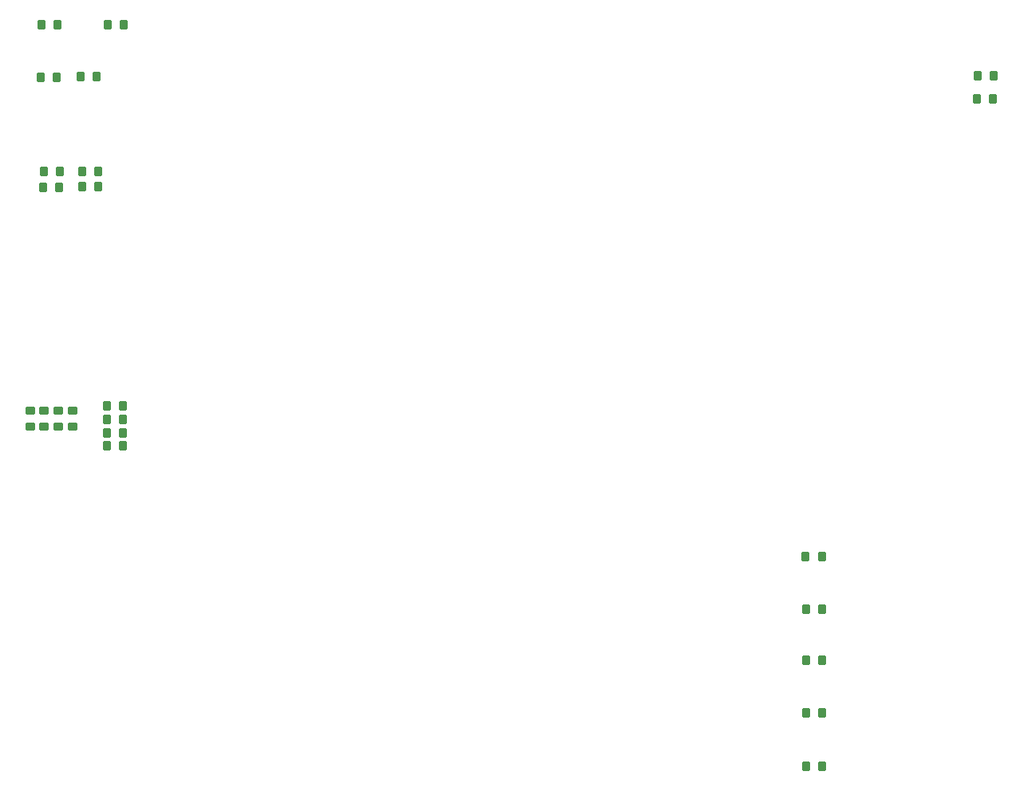
<source format=gbp>
%FSAX24Y24*%
%MOIN*%
G70*
G01*
G75*
G04 Layer_Color=128*
G04:AMPARAMS|DCode=10|XSize=31.5mil|YSize=31.5mil|CornerRadius=3.9mil|HoleSize=0mil|Usage=FLASHONLY|Rotation=0.000|XOffset=0mil|YOffset=0mil|HoleType=Round|Shape=RoundedRectangle|*
%AMROUNDEDRECTD10*
21,1,0.0315,0.0236,0,0,0.0*
21,1,0.0236,0.0315,0,0,0.0*
1,1,0.0079,0.0118,-0.0118*
1,1,0.0079,-0.0118,-0.0118*
1,1,0.0079,-0.0118,0.0118*
1,1,0.0079,0.0118,0.0118*
%
%ADD10ROUNDEDRECTD10*%
%ADD11O,0.0591X0.0157*%
%ADD12O,0.0591X0.0157*%
G04:AMPARAMS|DCode=13|XSize=120mil|YSize=40mil|CornerRadius=5mil|HoleSize=0mil|Usage=FLASHONLY|Rotation=270.000|XOffset=0mil|YOffset=0mil|HoleType=Round|Shape=RoundedRectangle|*
%AMROUNDEDRECTD13*
21,1,0.1200,0.0300,0,0,270.0*
21,1,0.1100,0.0400,0,0,270.0*
1,1,0.0100,-0.0150,-0.0550*
1,1,0.0100,-0.0150,0.0550*
1,1,0.0100,0.0150,0.0550*
1,1,0.0100,0.0150,-0.0550*
%
%ADD13ROUNDEDRECTD13*%
G04:AMPARAMS|DCode=14|XSize=330mil|YSize=420mil|CornerRadius=41.3mil|HoleSize=0mil|Usage=FLASHONLY|Rotation=270.000|XOffset=0mil|YOffset=0mil|HoleType=Round|Shape=RoundedRectangle|*
%AMROUNDEDRECTD14*
21,1,0.3300,0.3375,0,0,270.0*
21,1,0.2475,0.4200,0,0,270.0*
1,1,0.0825,-0.1688,-0.1238*
1,1,0.0825,-0.1688,0.1238*
1,1,0.0825,0.1688,0.1238*
1,1,0.0825,0.1688,-0.1238*
%
%ADD14ROUNDEDRECTD14*%
%ADD15R,0.0161X0.0540*%
%ADD16R,0.0790X0.0740*%
%ADD17O,0.0787X0.0157*%
%ADD18R,0.0787X0.0157*%
%ADD19O,0.0157X0.0591*%
%ADD20R,0.0591X0.0100*%
%ADD21R,0.0100X0.0591*%
%ADD22R,0.0965X0.0965*%
%ADD23R,0.0748X0.0787*%
%ADD24R,0.0748X0.0512*%
G04:AMPARAMS|DCode=25|XSize=39.4mil|YSize=35.4mil|CornerRadius=4.4mil|HoleSize=0mil|Usage=FLASHONLY|Rotation=270.000|XOffset=0mil|YOffset=0mil|HoleType=Round|Shape=RoundedRectangle|*
%AMROUNDEDRECTD25*
21,1,0.0394,0.0266,0,0,270.0*
21,1,0.0305,0.0354,0,0,270.0*
1,1,0.0089,-0.0133,-0.0153*
1,1,0.0089,-0.0133,0.0153*
1,1,0.0089,0.0133,0.0153*
1,1,0.0089,0.0133,-0.0153*
%
%ADD25ROUNDEDRECTD25*%
G04:AMPARAMS|DCode=26|XSize=50mil|YSize=50mil|CornerRadius=6.3mil|HoleSize=0mil|Usage=FLASHONLY|Rotation=90.000|XOffset=0mil|YOffset=0mil|HoleType=Round|Shape=RoundedRectangle|*
%AMROUNDEDRECTD26*
21,1,0.0500,0.0375,0,0,90.0*
21,1,0.0375,0.0500,0,0,90.0*
1,1,0.0125,0.0188,0.0188*
1,1,0.0125,0.0188,-0.0188*
1,1,0.0125,-0.0188,-0.0188*
1,1,0.0125,-0.0188,0.0188*
%
%ADD26ROUNDEDRECTD26*%
%ADD27R,0.0551X0.0827*%
G04:AMPARAMS|DCode=28|XSize=39.4mil|YSize=35.4mil|CornerRadius=4.4mil|HoleSize=0mil|Usage=FLASHONLY|Rotation=180.000|XOffset=0mil|YOffset=0mil|HoleType=Round|Shape=RoundedRectangle|*
%AMROUNDEDRECTD28*
21,1,0.0394,0.0266,0,0,180.0*
21,1,0.0305,0.0354,0,0,180.0*
1,1,0.0089,-0.0153,0.0133*
1,1,0.0089,0.0153,0.0133*
1,1,0.0089,0.0153,-0.0133*
1,1,0.0089,-0.0153,-0.0133*
%
%ADD28ROUNDEDRECTD28*%
%ADD29R,0.0710X0.0440*%
%ADD30R,0.1250X0.0800*%
%ADD31R,0.0300X0.0300*%
G04:AMPARAMS|DCode=32|XSize=23.6mil|YSize=39.4mil|CornerRadius=3mil|HoleSize=0mil|Usage=FLASHONLY|Rotation=90.000|XOffset=0mil|YOffset=0mil|HoleType=Round|Shape=RoundedRectangle|*
%AMROUNDEDRECTD32*
21,1,0.0236,0.0335,0,0,90.0*
21,1,0.0177,0.0394,0,0,90.0*
1,1,0.0059,0.0167,0.0089*
1,1,0.0059,0.0167,-0.0089*
1,1,0.0059,-0.0167,-0.0089*
1,1,0.0059,-0.0167,0.0089*
%
%ADD32ROUNDEDRECTD32*%
%ADD33R,0.0157X0.0500*%
%ADD34R,0.1043X0.0772*%
%ADD35R,0.0680X0.0880*%
%ADD36R,0.0500X0.0160*%
%ADD37R,0.1380X0.1610*%
%ADD38R,0.0360X0.0500*%
%ADD39R,0.0360X0.0360*%
%ADD40R,0.0860X0.0640*%
G04:AMPARAMS|DCode=41|XSize=55.1mil|YSize=39.4mil|CornerRadius=4.9mil|HoleSize=0mil|Usage=FLASHONLY|Rotation=0.000|XOffset=0mil|YOffset=0mil|HoleType=Round|Shape=RoundedRectangle|*
%AMROUNDEDRECTD41*
21,1,0.0551,0.0295,0,0,0.0*
21,1,0.0453,0.0394,0,0,0.0*
1,1,0.0098,0.0226,-0.0148*
1,1,0.0098,-0.0226,-0.0148*
1,1,0.0098,-0.0226,0.0148*
1,1,0.0098,0.0226,0.0148*
%
%ADD41ROUNDEDRECTD41*%
%ADD42R,0.0354X0.1457*%
%ADD43R,0.1457X0.0354*%
G04:AMPARAMS|DCode=44|XSize=70.9mil|YSize=45.3mil|CornerRadius=5.7mil|HoleSize=0mil|Usage=FLASHONLY|Rotation=90.000|XOffset=0mil|YOffset=0mil|HoleType=Round|Shape=RoundedRectangle|*
%AMROUNDEDRECTD44*
21,1,0.0709,0.0340,0,0,90.0*
21,1,0.0595,0.0453,0,0,90.0*
1,1,0.0113,0.0170,0.0298*
1,1,0.0113,0.0170,-0.0298*
1,1,0.0113,-0.0170,-0.0298*
1,1,0.0113,-0.0170,0.0298*
%
%ADD44ROUNDEDRECTD44*%
G04:AMPARAMS|DCode=45|XSize=55.1mil|YSize=39.4mil|CornerRadius=4.9mil|HoleSize=0mil|Usage=FLASHONLY|Rotation=90.000|XOffset=0mil|YOffset=0mil|HoleType=Round|Shape=RoundedRectangle|*
%AMROUNDEDRECTD45*
21,1,0.0551,0.0295,0,0,90.0*
21,1,0.0453,0.0394,0,0,90.0*
1,1,0.0098,0.0148,0.0226*
1,1,0.0098,0.0148,-0.0226*
1,1,0.0098,-0.0148,-0.0226*
1,1,0.0098,-0.0148,0.0226*
%
%ADD45ROUNDEDRECTD45*%
%ADD46C,0.0750*%
%ADD47C,0.0200*%
%ADD48C,0.0100*%
%ADD49C,0.0600*%
%ADD50C,0.0500*%
%ADD51C,0.0150*%
%ADD52C,0.0080*%
%ADD53C,0.0400*%
%ADD54C,0.0300*%
%ADD55C,0.0350*%
%ADD56C,0.0120*%
%ADD57C,0.1000*%
%ADD58C,0.0250*%
%ADD59C,0.0450*%
%ADD60O,0.0550X0.0800*%
%ADD61O,0.0600X0.0800*%
%ADD62O,0.0591X0.0413*%
%ADD63O,0.0413X0.0591*%
%ADD64C,0.0394*%
%ADD65C,0.0591*%
G04:AMPARAMS|DCode=66|XSize=59.1mil|YSize=59.1mil|CornerRadius=7.4mil|HoleSize=0mil|Usage=FLASHONLY|Rotation=0.000|XOffset=0mil|YOffset=0mil|HoleType=Round|Shape=RoundedRectangle|*
%AMROUNDEDRECTD66*
21,1,0.0591,0.0443,0,0,0.0*
21,1,0.0443,0.0591,0,0,0.0*
1,1,0.0148,0.0221,-0.0221*
1,1,0.0148,-0.0221,-0.0221*
1,1,0.0148,-0.0221,0.0221*
1,1,0.0148,0.0221,0.0221*
%
%ADD66ROUNDEDRECTD66*%
G04:AMPARAMS|DCode=67|XSize=78.7mil|YSize=78.7mil|CornerRadius=19.7mil|HoleSize=0mil|Usage=FLASHONLY|Rotation=0.000|XOffset=0mil|YOffset=0mil|HoleType=Round|Shape=RoundedRectangle|*
%AMROUNDEDRECTD67*
21,1,0.0787,0.0394,0,0,0.0*
21,1,0.0394,0.0787,0,0,0.0*
1,1,0.0394,0.0197,-0.0197*
1,1,0.0394,-0.0197,-0.0197*
1,1,0.0394,-0.0197,0.0197*
1,1,0.0394,0.0197,0.0197*
%
%ADD67ROUNDEDRECTD67*%
G04:AMPARAMS|DCode=68|XSize=78.7mil|YSize=59.1mil|CornerRadius=7.4mil|HoleSize=0mil|Usage=FLASHONLY|Rotation=90.000|XOffset=0mil|YOffset=0mil|HoleType=Round|Shape=RoundedRectangle|*
%AMROUNDEDRECTD68*
21,1,0.0787,0.0443,0,0,90.0*
21,1,0.0640,0.0591,0,0,90.0*
1,1,0.0148,0.0221,0.0320*
1,1,0.0148,0.0221,-0.0320*
1,1,0.0148,-0.0221,-0.0320*
1,1,0.0148,-0.0221,0.0320*
%
%ADD68ROUNDEDRECTD68*%
%ADD69O,0.0591X0.0787*%
%ADD70C,0.0900*%
%ADD71C,0.0800*%
%ADD72O,0.0650X0.0900*%
%ADD73C,0.2087*%
%ADD74C,0.0600*%
%ADD75C,0.0290*%
%ADD76C,0.0300*%
%ADD77C,0.0320*%
%ADD78C,0.0250*%
%ADD79C,0.0310*%
%ADD80C,0.0350*%
%ADD81C,0.0360*%
%ADD82C,0.0098*%
%ADD83C,0.0236*%
%ADD84C,0.0050*%
%ADD85C,0.0197*%
%ADD86C,0.0060*%
%ADD87C,0.0079*%
%ADD88C,0.0070*%
%ADD89C,0.0090*%
%ADD90C,0.0075*%
%ADD91R,0.1022X0.0582*%
%ADD92R,0.0669X0.0738*%
%ADD93R,0.0650X0.0768*%
%ADD94R,0.0738X0.0669*%
%ADD95R,0.0768X0.0650*%
%ADD96R,0.0472X0.0118*%
%ADD97O,0.0551X0.0117*%
%ADD98O,0.0117X0.0551*%
%ADD99R,0.0571X0.0571*%
%ADD100R,0.0523X0.0723*%
G04:AMPARAMS|DCode=101|XSize=118mil|YSize=65mil|CornerRadius=8.1mil|HoleSize=0mil|Usage=FLASHONLY|Rotation=90.000|XOffset=0mil|YOffset=0mil|HoleType=Round|Shape=RoundedRectangle|*
%AMROUNDEDRECTD101*
21,1,0.1180,0.0488,0,0,90.0*
21,1,0.1017,0.0650,0,0,90.0*
1,1,0.0163,0.0244,0.0509*
1,1,0.0163,0.0244,-0.0509*
1,1,0.0163,-0.0244,-0.0509*
1,1,0.0163,-0.0244,0.0509*
%
%ADD101ROUNDEDRECTD101*%
%ADD102R,0.0472X0.1890*%
%ADD103R,0.1890X0.0472*%
G04:AMPARAMS|DCode=104|XSize=39.5mil|YSize=39.5mil|CornerRadius=7.9mil|HoleSize=0mil|Usage=FLASHONLY|Rotation=0.000|XOffset=0mil|YOffset=0mil|HoleType=Round|Shape=RoundedRectangle|*
%AMROUNDEDRECTD104*
21,1,0.0395,0.0236,0,0,0.0*
21,1,0.0236,0.0395,0,0,0.0*
1,1,0.0159,0.0118,-0.0118*
1,1,0.0159,-0.0118,-0.0118*
1,1,0.0159,-0.0118,0.0118*
1,1,0.0159,0.0118,0.0118*
%
%ADD104ROUNDEDRECTD104*%
%ADD105O,0.0671X0.0237*%
%ADD106O,0.0691X0.0257*%
G04:AMPARAMS|DCode=107|XSize=128mil|YSize=48mil|CornerRadius=9mil|HoleSize=0mil|Usage=FLASHONLY|Rotation=270.000|XOffset=0mil|YOffset=0mil|HoleType=Round|Shape=RoundedRectangle|*
%AMROUNDEDRECTD107*
21,1,0.1280,0.0300,0,0,270.0*
21,1,0.1100,0.0480,0,0,270.0*
1,1,0.0180,-0.0150,-0.0550*
1,1,0.0180,-0.0150,0.0550*
1,1,0.0180,0.0150,0.0550*
1,1,0.0180,0.0150,-0.0550*
%
%ADD107ROUNDEDRECTD107*%
G04:AMPARAMS|DCode=108|XSize=338mil|YSize=428mil|CornerRadius=45.3mil|HoleSize=0mil|Usage=FLASHONLY|Rotation=270.000|XOffset=0mil|YOffset=0mil|HoleType=Round|Shape=RoundedRectangle|*
%AMROUNDEDRECTD108*
21,1,0.3380,0.3375,0,0,270.0*
21,1,0.2475,0.4280,0,0,270.0*
1,1,0.0905,-0.1688,-0.1238*
1,1,0.0905,-0.1688,0.1238*
1,1,0.0905,0.1688,0.1238*
1,1,0.0905,0.1688,-0.1238*
%
%ADD108ROUNDEDRECTD108*%
%ADD109R,0.0241X0.0620*%
%ADD110R,0.0870X0.0820*%
%ADD111O,0.0867X0.0237*%
%ADD112R,0.0867X0.0237*%
%ADD113O,0.0237X0.0671*%
%ADD114R,0.0671X0.0180*%
%ADD115R,0.0180X0.0671*%
%ADD116R,0.1045X0.1045*%
%ADD117R,0.0828X0.0867*%
%ADD118R,0.0828X0.0592*%
G04:AMPARAMS|DCode=119|XSize=47.4mil|YSize=43.4mil|CornerRadius=8.4mil|HoleSize=0mil|Usage=FLASHONLY|Rotation=270.000|XOffset=0mil|YOffset=0mil|HoleType=Round|Shape=RoundedRectangle|*
%AMROUNDEDRECTD119*
21,1,0.0474,0.0266,0,0,270.0*
21,1,0.0305,0.0434,0,0,270.0*
1,1,0.0169,-0.0133,-0.0153*
1,1,0.0169,-0.0133,0.0153*
1,1,0.0169,0.0133,0.0153*
1,1,0.0169,0.0133,-0.0153*
%
%ADD119ROUNDEDRECTD119*%
G04:AMPARAMS|DCode=120|XSize=58mil|YSize=58mil|CornerRadius=10.3mil|HoleSize=0mil|Usage=FLASHONLY|Rotation=90.000|XOffset=0mil|YOffset=0mil|HoleType=Round|Shape=RoundedRectangle|*
%AMROUNDEDRECTD120*
21,1,0.0580,0.0375,0,0,90.0*
21,1,0.0375,0.0580,0,0,90.0*
1,1,0.0205,0.0188,0.0188*
1,1,0.0205,0.0188,-0.0188*
1,1,0.0205,-0.0188,-0.0188*
1,1,0.0205,-0.0188,0.0188*
%
%ADD120ROUNDEDRECTD120*%
%ADD121R,0.0631X0.0907*%
G04:AMPARAMS|DCode=122|XSize=47.4mil|YSize=43.4mil|CornerRadius=8.4mil|HoleSize=0mil|Usage=FLASHONLY|Rotation=180.000|XOffset=0mil|YOffset=0mil|HoleType=Round|Shape=RoundedRectangle|*
%AMROUNDEDRECTD122*
21,1,0.0474,0.0266,0,0,180.0*
21,1,0.0305,0.0434,0,0,180.0*
1,1,0.0169,-0.0153,0.0133*
1,1,0.0169,0.0153,0.0133*
1,1,0.0169,0.0153,-0.0133*
1,1,0.0169,-0.0153,-0.0133*
%
%ADD122ROUNDEDRECTD122*%
%ADD123R,0.0790X0.0520*%
%ADD124R,0.1330X0.0880*%
%ADD125R,0.0380X0.0380*%
G04:AMPARAMS|DCode=126|XSize=31.6mil|YSize=47.4mil|CornerRadius=7mil|HoleSize=0mil|Usage=FLASHONLY|Rotation=90.000|XOffset=0mil|YOffset=0mil|HoleType=Round|Shape=RoundedRectangle|*
%AMROUNDEDRECTD126*
21,1,0.0316,0.0335,0,0,90.0*
21,1,0.0177,0.0474,0,0,90.0*
1,1,0.0139,0.0167,0.0089*
1,1,0.0139,0.0167,-0.0089*
1,1,0.0139,-0.0167,-0.0089*
1,1,0.0139,-0.0167,0.0089*
%
%ADD126ROUNDEDRECTD126*%
%ADD127R,0.0217X0.0560*%
%ADD128R,0.1103X0.0832*%
%ADD129R,0.0760X0.0960*%
%ADD130R,0.0580X0.0240*%
%ADD131R,0.1460X0.1690*%
%ADD132R,0.0440X0.0580*%
%ADD133R,0.0440X0.0440*%
%ADD134R,0.0940X0.0720*%
G04:AMPARAMS|DCode=135|XSize=63.1mil|YSize=47.4mil|CornerRadius=8.9mil|HoleSize=0mil|Usage=FLASHONLY|Rotation=0.000|XOffset=0mil|YOffset=0mil|HoleType=Round|Shape=RoundedRectangle|*
%AMROUNDEDRECTD135*
21,1,0.0631,0.0295,0,0,0.0*
21,1,0.0453,0.0474,0,0,0.0*
1,1,0.0178,0.0226,-0.0148*
1,1,0.0178,-0.0226,-0.0148*
1,1,0.0178,-0.0226,0.0148*
1,1,0.0178,0.0226,0.0148*
%
%ADD135ROUNDEDRECTD135*%
%ADD136R,0.0434X0.1537*%
%ADD137R,0.1537X0.0434*%
G04:AMPARAMS|DCode=138|XSize=78.9mil|YSize=53.3mil|CornerRadius=9.7mil|HoleSize=0mil|Usage=FLASHONLY|Rotation=90.000|XOffset=0mil|YOffset=0mil|HoleType=Round|Shape=RoundedRectangle|*
%AMROUNDEDRECTD138*
21,1,0.0789,0.0340,0,0,90.0*
21,1,0.0595,0.0533,0,0,90.0*
1,1,0.0193,0.0170,0.0298*
1,1,0.0193,0.0170,-0.0298*
1,1,0.0193,-0.0170,-0.0298*
1,1,0.0193,-0.0170,0.0298*
%
%ADD138ROUNDEDRECTD138*%
G04:AMPARAMS|DCode=139|XSize=63.1mil|YSize=47.4mil|CornerRadius=8.9mil|HoleSize=0mil|Usage=FLASHONLY|Rotation=90.000|XOffset=0mil|YOffset=0mil|HoleType=Round|Shape=RoundedRectangle|*
%AMROUNDEDRECTD139*
21,1,0.0631,0.0295,0,0,90.0*
21,1,0.0453,0.0474,0,0,90.0*
1,1,0.0178,0.0148,0.0226*
1,1,0.0178,0.0148,-0.0226*
1,1,0.0178,-0.0148,-0.0226*
1,1,0.0178,-0.0148,0.0226*
%
%ADD139ROUNDEDRECTD139*%
%ADD140C,0.0830*%
%ADD141O,0.0630X0.0880*%
%ADD142O,0.0680X0.0880*%
%ADD143O,0.0671X0.0493*%
%ADD144O,0.0493X0.0671*%
%ADD145C,0.0474*%
%ADD146C,0.0671*%
G04:AMPARAMS|DCode=147|XSize=67.1mil|YSize=67.1mil|CornerRadius=11.4mil|HoleSize=0mil|Usage=FLASHONLY|Rotation=0.000|XOffset=0mil|YOffset=0mil|HoleType=Round|Shape=RoundedRectangle|*
%AMROUNDEDRECTD147*
21,1,0.0671,0.0443,0,0,0.0*
21,1,0.0443,0.0671,0,0,0.0*
1,1,0.0228,0.0221,-0.0221*
1,1,0.0228,-0.0221,-0.0221*
1,1,0.0228,-0.0221,0.0221*
1,1,0.0228,0.0221,0.0221*
%
%ADD147ROUNDEDRECTD147*%
G04:AMPARAMS|DCode=148|XSize=86.7mil|YSize=86.7mil|CornerRadius=23.7mil|HoleSize=0mil|Usage=FLASHONLY|Rotation=0.000|XOffset=0mil|YOffset=0mil|HoleType=Round|Shape=RoundedRectangle|*
%AMROUNDEDRECTD148*
21,1,0.0867,0.0394,0,0,0.0*
21,1,0.0394,0.0867,0,0,0.0*
1,1,0.0474,0.0197,-0.0197*
1,1,0.0474,-0.0197,-0.0197*
1,1,0.0474,-0.0197,0.0197*
1,1,0.0474,0.0197,0.0197*
%
%ADD148ROUNDEDRECTD148*%
G04:AMPARAMS|DCode=149|XSize=86.7mil|YSize=67.1mil|CornerRadius=11.4mil|HoleSize=0mil|Usage=FLASHONLY|Rotation=90.000|XOffset=0mil|YOffset=0mil|HoleType=Round|Shape=RoundedRectangle|*
%AMROUNDEDRECTD149*
21,1,0.0867,0.0443,0,0,90.0*
21,1,0.0640,0.0671,0,0,90.0*
1,1,0.0228,0.0221,0.0320*
1,1,0.0228,0.0221,-0.0320*
1,1,0.0228,-0.0221,-0.0320*
1,1,0.0228,-0.0221,0.0320*
%
%ADD149ROUNDEDRECTD149*%
%ADD150O,0.0671X0.0867*%
%ADD151C,0.0980*%
%ADD152C,0.0880*%
%ADD153O,0.0730X0.0980*%
%ADD154C,0.2167*%
%ADD155C,0.0680*%
D25*
X058140Y048396D02*
D03*
X057470D02*
D03*
X058140Y046142D02*
D03*
X057470D02*
D03*
X058150Y050581D02*
D03*
X057480D02*
D03*
X058140Y052707D02*
D03*
X057470D02*
D03*
X058120Y054921D02*
D03*
X057451D02*
D03*
X025502Y074961D02*
D03*
X026171D02*
D03*
X025600Y070364D02*
D03*
X026270D02*
D03*
X065276Y074055D02*
D03*
X064606D02*
D03*
X027825Y074970D02*
D03*
X027156D02*
D03*
X027894Y070394D02*
D03*
X027224D02*
D03*
X065305Y075020D02*
D03*
X064636D02*
D03*
X025531Y077156D02*
D03*
X026201D02*
D03*
X025620Y071024D02*
D03*
X026289D02*
D03*
X027904D02*
D03*
X027234D02*
D03*
X028957Y077165D02*
D03*
X028287D02*
D03*
X028937Y061230D02*
D03*
X028268D02*
D03*
X028937Y060659D02*
D03*
X028268D02*
D03*
X028937Y060098D02*
D03*
X028268D02*
D03*
X028937Y059557D02*
D03*
X028268D02*
D03*
D28*
X026821Y060364D02*
D03*
Y061033D02*
D03*
X026242Y060356D02*
D03*
Y061026D02*
D03*
X025650Y060364D02*
D03*
Y061033D02*
D03*
X025059Y060335D02*
D03*
Y061004D02*
D03*
M02*

</source>
